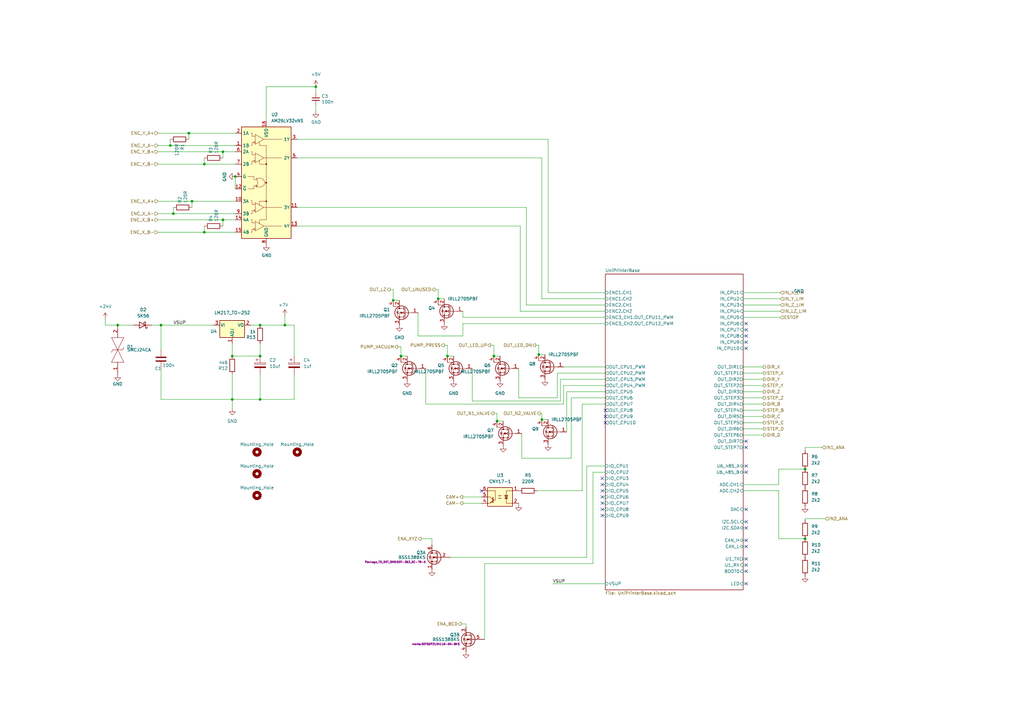
<source format=kicad_sch>
(kicad_sch (version 20211123) (generator eeschema)
  (paper "A3")
  (lib_symbols
    (symbol "+7v:+7V" (power) (pin_names (offset 0))
      (property "Value" "+7.5V" (at -0.635 5.08 0))
      (symbol "+7V_0_1"
        (polyline (pts (xy -0.762 1.27) (xy 0 2.54)))
        (polyline (pts (xy 0 0) (xy 0 2.54)))
        (polyline (pts (xy 0 2.54) (xy 0.762 1.27)))
      )
      (symbol "+7V_1_1"
        (pin power_in line (at 0 0 90) (length 0) hide (name "+7V") (number "1"))
      )
    )
    (symbol "Device:C_Polarized" (pin_numbers hide) (pin_names (offset 0.254))
      (property "Reference" "C" (at 0.635 2.54 0))
      (property "Value" "C_Polarized" (at 0.635 -2.54 0))
      (symbol "C_Polarized_0_1"
        (rectangle (start -2.286 0.508) (end 2.286 1.016))
        (polyline (pts (xy -1.778 2.286) (xy -0.762 2.286)))
        (polyline (pts (xy -1.27 2.794) (xy -1.27 1.778)))
        (rectangle (start 2.286 -0.508) (end -2.286 -1.016) (fill (type outline)))
      )
      (symbol "C_Polarized_1_1"
        (pin passive line (at 0 3.81 270) (length 2.794) (name "~") (number "1"))
        (pin passive line (at 0 -3.81 90) (length 2.794) (name "~") (number "2"))
      )
    )
    (symbol "Device:D_Schottky" (pin_numbers hide) (pin_names (offset 1.016) hide)
      (property "Reference" "D" (at 0 2.54 0))
      (property "Value" "D_Schottky" (at 0 -2.54 0))
      (symbol "D_Schottky_0_1"
        (polyline (pts (xy 1.27 0) (xy -1.27 0)))
        (polyline (pts (xy 1.27 1.27) (xy 1.27 -1.27) (xy -1.27 0) (xy 1.27 1.27)) (stroke (width 0.254)))
        (polyline (pts (xy -1.905 0.635) (xy -1.905 1.27) (xy -1.27 1.27) (xy -1.27 -1.27) (xy -0.635 -1.27) (xy -0.635 -0.635)) (stroke (width 0.254)))
      )
      (symbol "D_Schottky_1_1"
        (pin passive line (at -3.81 0 0) (length 2.54) (name "K") (number "1"))
        (pin passive line (at 3.81 0 180) (length 2.54) (name "A") (number "2"))
      )
    )
    (symbol "Device:Q_NMOS_GDSD" (pin_names (offset 0) hide)
      (property "Reference" "Q" (at 5.08 1.27 0))
      (property "Value" "Q_NMOS_GDSD" (at 5.08 -1.27 0))
      (symbol "Q_NMOS_GDSD_0_1"
        (polyline (pts (xy 0.254 0) (xy -2.54 0)))
        (polyline (pts (xy 0.254 1.905) (xy 0.254 -1.905)) (stroke (width 0.254)))
        (polyline (pts (xy 0.762 -1.27) (xy 0.762 -2.286)) (stroke (width 0.254)))
        (polyline (pts (xy 0.762 0.508) (xy 0.762 -0.508)) (stroke (width 0.254)))
        (polyline (pts (xy 0.762 2.286) (xy 0.762 1.27)) (stroke (width 0.254)))
        (polyline (pts (xy 2.54 -2.54) (xy 2.54 0) (xy 0.762 0)))
        (polyline (pts (xy 5.08 2.54) (xy 2.54 2.54) (xy 2.54 1.778)))
        (polyline (pts (xy 0.762 -1.778) (xy 3.302 -1.778) (xy 3.302 1.778) (xy 0.762 1.778)))
        (polyline (pts (xy 1.016 0) (xy 2.032 0.381) (xy 2.032 -0.381) (xy 1.016 0)) (fill (type outline)))
        (polyline (pts (xy 2.794 0.508) (xy 2.921 0.381) (xy 3.683 0.381) (xy 3.81 0.254)))
        (polyline (pts (xy 3.302 0.381) (xy 2.921 -0.254) (xy 3.683 -0.254) (xy 3.302 0.381)))
        (circle (center 1.651 0) (radius 2.794) (stroke (width 0.254)))
        (circle (center 2.54 -1.778) (radius 0.254) (fill (type outline)))
        (circle (center 2.54 1.778) (radius 0.254) (fill (type outline)))
      )
      (symbol "Q_NMOS_GDSD_1_1"
        (pin input line (at -5.08 0 0) (length 2.54) (name "G") (number "1"))
        (pin passive line (at 2.54 5.08 270) (length 2.54) (name "D") (number "2"))
        (pin passive line (at 2.54 -5.08 90) (length 2.54) (name "S") (number "3"))
        (pin passive line (at 5.08 5.08 270) (length 2.54) (name "D") (number "4"))
      )
    )
    (symbol "Device:R" (pin_numbers hide) (pin_names (offset 0))
      (property "Reference" "R" (at 2.032 0 90))
      (property "Value" "R" (at 0 0 90))
      (symbol "R_0_1"
        (rectangle (start -1.016 -2.54) (end 1.016 2.54) (stroke (width 0.254)))
      )
      (symbol "R_1_1"
        (pin passive line (at 0 3.81 270) (length 1.27) (name "~") (number "1"))
        (pin passive line (at 0 -3.81 90) (length 1.27) (name "~") (number "2"))
      )
    )
    (symbol "Interface:AM26LV32xNS"
      (property "Reference" "U" (at -8.89 24.13 0))
      (property "Value" "AM26LV32xNS" (at 10.16 24.13 0))
      (symbol "AM26LV32xNS_0_1"
        (rectangle (start -10.16 22.86) (end 10.16 -22.86) (stroke (width 0.254)) (fill (type background)))
        (circle (center -4.826 16.51) (radius 0.254))
        (arc (start -4.064 -1.778) (mid -3.5541 0) (end -4.064 1.778) (stroke (width 0.127)))
        (circle (center -4.064 -1.27) (radius 0.254))
        (arc (start -2.286 -1.778) (mid -1.1381 -1.1479) (end -0.508 0) (stroke (width 0.127)))
        (arc (start -0.508 0) (mid -1.1381 1.1479) (end -2.286 1.778) (stroke (width 0.127)))
        (circle (center 0 -7.62) (radius 0.254) (fill (type outline)))
        (polyline (pts (xy -5.842 16.51) (xy -5.08 16.51)) (stroke (width 0.127)))
        (polyline (pts (xy -5.842 19.05) (xy -4.572 19.05)) (stroke (width 0.127)))
        (polyline (pts (xy -4.064 -1.778) (xy -2.286 -1.778)) (stroke (width 0.127)))
        (polyline (pts (xy -2.286 1.778) (xy -4.064 1.778)) (stroke (width 0.127)))
        (polyline (pts (xy -1.016 -17.78) (xy 6.35 -17.78)) (stroke (width 0.127)))
        (polyline (pts (xy -1.016 -10.16) (xy 6.35 -10.16)) (stroke (width 0.127)))
        (polyline (pts (xy -1.016 10.16) (xy 6.35 10.16)) (stroke (width 0.127)))
        (polyline (pts (xy -1.016 17.78) (xy 6.35 17.78)) (stroke (width 0.127)))
        (polyline (pts (xy -0.508 0) (xy 0 0)))
        (polyline (pts (xy 0 0) (xy 0 -15.24)) (stroke (width 0.127)))
        (polyline (pts (xy 0 7.62) (xy 0 0)) (stroke (width 0.127)))
        (polyline (pts (xy -5.842 -19.05) (xy -5.842 -20.32) (xy -6.35 -20.32)) (stroke (width 0.127)))
        (polyline (pts (xy -5.842 -16.51) (xy -5.842 -15.24) (xy -6.35 -15.24)) (stroke (width 0.127)))
        (polyline (pts (xy -5.842 -11.43) (xy -5.842 -12.7) (xy -6.35 -12.7)) (stroke (width 0.127)))
        (polyline (pts (xy -5.842 -8.89) (xy -5.842 -7.366) (xy -6.35 -7.366)) (stroke (width 0.127)))
        (polyline (pts (xy -5.842 8.89) (xy -5.842 7.62) (xy -6.35 7.62)) (stroke (width 0.127)))
        (polyline (pts (xy -5.842 11.43) (xy -5.842 12.7) (xy -6.35 12.7)) (stroke (width 0.127)))
        (polyline (pts (xy -5.842 19.05) (xy -5.842 20.32) (xy -6.35 20.32)) (stroke (width 0.127)))
        (polyline (pts (xy 0 -15.24) (xy -2.794 -15.24) (xy -2.794 -16.764)) (stroke (width 0.127)))
        (polyline (pts (xy 0 -7.62) (xy -2.794 -7.62) (xy -2.794 -9.144)) (stroke (width 0.127)))
        (polyline (pts (xy 0 7.62) (xy -2.794 7.62) (xy -2.794 9.144)) (stroke (width 0.127)))
        (polyline (pts (xy -7.62 2.54) (xy -5.08 2.54) (xy -5.08 1.27) (xy -3.81 1.27)) (stroke (width 0.127)))
        (polyline (pts (xy -5.842 16.51) (xy -5.842 15.24) (xy -6.096 15.24) (xy -6.35 15.24)) (stroke (width 0.127)))
        (polyline (pts (xy -4.572 19.812) (xy -4.572 15.748) (xy -1.016 17.78) (xy -4.572 19.812)) (stroke (width 0.127)))
        (polyline (pts (xy -4.318 -1.27) (xy -5.08 -1.27) (xy -5.08 -2.54) (xy -7.62 -2.54)) (stroke (width 0.127)))
        (polyline (pts (xy 0 7.62) (xy 0 15.24) (xy -2.794 15.24) (xy -2.794 16.764)) (stroke (width 0.127)))
        (circle (center 0 0) (radius 0.254) (fill (type outline)))
        (circle (center 0 7.62) (radius 0.254) (fill (type outline)))
      )
      (symbol "AM26LV32xNS_1_1"
        (circle (center -4.826 -19.05) (radius 0.254))
        (circle (center -4.826 -11.43) (radius 0.254))
        (circle (center -4.826 8.89) (radius 0.254))
        (polyline (pts (xy -5.842 -19.05) (xy -5.08 -19.05)) (stroke (width 0.127)))
        (polyline (pts (xy -5.842 -16.51) (xy -4.572 -16.51)) (stroke (width 0.127)))
        (polyline (pts (xy -5.842 -11.43) (xy -5.08 -11.43)) (stroke (width 0.127)))
        (polyline (pts (xy -5.842 -8.89) (xy -4.572 -8.89)) (stroke (width 0.127)))
        (polyline (pts (xy -5.842 8.89) (xy -5.08 8.89)) (stroke (width 0.127)))
        (polyline (pts (xy -5.842 11.43) (xy -4.572 11.43)) (stroke (width 0.127)))
        (polyline (pts (xy -4.572 -15.748) (xy -4.572 -19.812) (xy -1.016 -17.78) (xy -4.572 -15.748)) (stroke (width 0.127)))
        (polyline (pts (xy -4.572 -8.128) (xy -4.572 -12.192) (xy -1.016 -10.16) (xy -4.572 -8.128)) (stroke (width 0.127)))
        (polyline (pts (xy -4.572 12.192) (xy -4.572 8.128) (xy -1.016 10.16) (xy -4.572 12.192)) (stroke (width 0.127)))
        (pin input line (at -12.7 15.24 0) (length 2.54) (name "1B") (number "1"))
        (pin input line (at -12.7 -7.62 0) (length 2.54) (name "3A") (number "10"))
        (pin tri_state line (at 12.7 -10.16 180) (length 2.54) (name "3Y") (number "11"))
        (pin input line (at -12.7 -2.54 0) (length 2.54) (name "~{G}") (number "12"))
        (pin tri_state line (at 12.7 -17.78 180) (length 2.54) (name "4Y") (number "13"))
        (pin input line (at -12.7 -15.24 0) (length 2.54) (name "4A") (number "14"))
        (pin input line (at -12.7 -20.32 0) (length 2.54) (name "4B") (number "15"))
        (pin power_in line (at 0 25.4 270) (length 2.54) (name "VDD") (number "16"))
        (pin input line (at -12.7 20.32 0) (length 2.54) (name "1A") (number "2"))
        (pin tri_state line (at 12.7 17.78 180) (length 2.54) (name "1Y") (number "3"))
        (pin input line (at -12.7 2.54 0) (length 2.54) (name "G") (number "4"))
        (pin tri_state line (at 12.7 10.16 180) (length 2.54) (name "2Y") (number "5"))
        (pin input line (at -12.7 12.7 0) (length 2.54) (name "2A") (number "6"))
        (pin input line (at -12.7 7.62 0) (length 2.54) (name "2B") (number "7"))
        (pin power_in line (at 0 -25.4 90) (length 2.54) (name "GND") (number "8"))
        (pin input line (at -12.7 -12.7 0) (length 2.54) (name "3B") (number "9"))
      )
    )
    (symbol "Isolator:CNY17-1" (pin_names (offset 1.016))
      (property "Reference" "U" (at -5.08 5.08 0))
      (property "Value" "CNY17-1" (at 0 5.08 0))
      (symbol "CNY17-1_0_1"
        (rectangle (start -5.08 3.81) (end 5.08 -3.81) (stroke (width 0.254)) (fill (type background)))
        (polyline (pts (xy -3.175 -0.635) (xy -1.905 -0.635)) (stroke (width 0.254)))
        (polyline (pts (xy 2.921 -1.397) (xy 4.064 -2.54)))
        (polyline (pts (xy 2.921 -1.27) (xy 1.905 -1.27)))
        (polyline (pts (xy 2.921 -1.143) (xy 4.064 0)))
        (polyline (pts (xy 4.064 -2.54) (xy 5.08 -2.54)))
        (polyline (pts (xy 5.08 0) (xy 4.064 0)))
        (polyline (pts (xy -5.08 2.54) (xy -2.54 2.54) (xy -2.54 -0.762)))
        (polyline (pts (xy -2.54 -0.635) (xy -2.54 -2.54) (xy -5.08 -2.54)))
        (polyline (pts (xy 1.905 -1.27) (xy 1.905 2.54) (xy 5.08 2.54)))
        (polyline (pts (xy 2.921 -0.254) (xy 2.921 -2.286) (xy 2.921 -2.286)) (stroke (width 0.3556)))
        (polyline (pts (xy -2.54 -0.635) (xy -3.175 0.635) (xy -1.905 0.635) (xy -2.54 -0.635)) (stroke (width 0.254)))
        (polyline (pts (xy 3.937 -2.413) (xy 3.683 -1.905) (xy 3.429 -2.159) (xy 3.937 -2.413)))
        (polyline (pts (xy -0.635 -0.508) (xy 0.635 -0.508) (xy 0.254 -0.635) (xy 0.254 -0.381) (xy 0.635 -0.508)))
        (polyline (pts (xy -0.635 0.508) (xy 0.635 0.508) (xy 0.254 0.381) (xy 0.254 0.635) (xy 0.635 0.508)))
      )
      (symbol "CNY17-1_1_1"
        (pin passive line (at -7.62 2.54 0) (length 2.54) (name "~") (number "1"))
        (pin passive line (at -7.62 -2.54 0) (length 2.54) (name "~") (number "2"))
        (pin no_connect line (at -5.08 0 0) (length 2.54) hide (name "NC") (number "3"))
        (pin passive line (at 7.62 -2.54 180) (length 2.54) (name "~") (number "4"))
        (pin passive line (at 7.62 0 180) (length 2.54) (name "~") (number "5"))
        (pin passive line (at 7.62 2.54 180) (length 2.54) (name "~") (number "6"))
      )
    )
    (symbol "Regulator_Linear:LM317_TO-252" (pin_names (offset 0.254))
      (property "Reference" "U" (at -3.81 3.175 0))
      (property "Value" "LM317_TO-252" (at 0 3.175 0))
      (symbol "LM317_TO-252_0_1"
        (rectangle (start -5.08 1.905) (end 5.08 -5.08) (stroke (width 0.254)) (fill (type background)))
      )
      (symbol "LM317_TO-252_1_1"
        (pin input line (at 0 -7.62 90) (length 2.54) (name "ADJ") (number "1"))
        (pin power_out line (at 7.62 0 180) (length 2.54) (name "VO") (number "2"))
        (pin power_in line (at -7.62 0 0) (length 2.54) (name "VI") (number "3"))
      )
    )
    (symbol "SMCJ16CA:SMCJ16CA" (pin_names (offset 0.762))
      (property "Reference" "D" (at 15.24 8.89 0))
      (property "Value" "SMCJ16CA" (at 15.24 6.35 0))
      (symbol "SMCJ16CA_0_0"
        (pin passive line (at 0 0 0) (length 5.08) (name "~") (number "1"))
        (pin passive line (at 20.32 0 180) (length 5.08) (name "~") (number "2"))
      )
      (symbol "SMCJ16CA_0_1"
        (polyline (pts (xy 9.144 2.54) (xy 10.16 2.032)) (stroke (width 0.1524)))
        (polyline (pts (xy 10.16 -2.032) (xy 10.16 2.032)) (stroke (width 0.1524)))
        (polyline (pts (xy 10.16 -2.032) (xy 11.176 -2.54)) (stroke (width 0.1524)))
        (polyline (pts (xy 10.16 0) (xy 5.08 2.54) (xy 5.08 -2.54) (xy 10.16 0)) (stroke (width 0.1524)))
        (polyline (pts (xy 10.16 0) (xy 15.24 2.54) (xy 15.24 -2.54) (xy 10.16 0)) (stroke (width 0.1524)))
      )
    )
    (symbol "Uni_Printer-rescue:C_Small-Device" (pin_numbers hide) (pin_names (offset 0.254) hide)
      (property "Reference" "C" (at 0.254 1.778 0))
      (property "Value" "C_Small-Device" (at 0.254 -2.032 0))
      (symbol "C_Small-Device_0_1"
        (polyline (pts (xy -1.524 -0.508) (xy 1.524 -0.508)) (stroke (width 0.3302)))
        (polyline (pts (xy -1.524 0.508) (xy 1.524 0.508)) (stroke (width 0.3048)))
      )
      (symbol "C_Small-Device_1_1"
        (pin passive line (at 0 2.54 270) (length 2.032) (name "~") (number "1"))
        (pin passive line (at 0 -2.54 90) (length 2.032) (name "~") (number "2"))
      )
    )
    (symbol "Uni_Printer-rescue:GND-power" (power) (pin_names (offset 0))
      (property "Value" "GND-power" (at 0 -3.81 0))
      (symbol "GND-power_0_1"
        (polyline (pts (xy 0 0) (xy 0 -1.27) (xy 1.27 -1.27) (xy 0 -2.54) (xy -1.27 -1.27) (xy 0 -1.27)))
      )
      (symbol "GND-power_1_1"
        (pin power_in line (at 0 0 270) (length 0) hide (name "GND") (number "1"))
      )
    )
    (symbol "Uni_Printer-rescue:Mounting_Hole-Sensor_tank_v1-rescue-Uni_General_v1-rescue-Uni_Printer_v1-rescue" (pin_names (offset 1.016))
      (property "Reference" "MK" (at 0 5.08 0))
      (property "Value" "Mounting_Hole-Sensor_tank_v1-rescue-Uni_General_v1-rescue-Uni_Printer_v1-rescue" (at 0 3.175 0))
      (symbol "Mounting_Hole-Sensor_tank_v1-rescue-Uni_General_v1-rescue-Uni_Printer_v1-rescue_0_1"
        (circle (center 0 0) (radius 1.27) (stroke (width 1.27)))
      )
    )
    (symbol "Uni_Printer-rescue:R-Device" (pin_numbers hide) (pin_names (offset 0))
      (property "Reference" "R" (at 2.032 0 90))
      (property "Value" "R-Device" (at 0 0 90))
      (symbol "R-Device_0_1"
        (rectangle (start -1.016 -2.54) (end 1.016 2.54) (stroke (width 0.254)))
      )
      (symbol "R-Device_1_1"
        (pin passive line (at 0 3.81 270) (length 1.27) (name "~") (number "1"))
        (pin passive line (at 0 -3.81 90) (length 1.27) (name "~") (number "2"))
      )
    )
    (symbol "mfc_base_lib:+5V" (power) (pin_names (offset 0))
      (property "Value" "+5V" (at 0 3.556 0))
      (symbol "+5V_0_1"
        (polyline (pts (xy -0.762 1.27) (xy 0 2.54)))
        (polyline (pts (xy 0 0) (xy 0 2.54)))
        (polyline (pts (xy 0 2.54) (xy 0.762 1.27)))
      )
      (symbol "+5V_1_1"
        (pin power_in line (at 0 0 90) (length 0) hide (name "+5V") (number "1"))
      )
    )
    (symbol "mfc_base_lib:BSS138PS" (pin_names (offset 0) hide)
      (property "Reference" "Q" (at 5.08 1.905 0))
      (property "Value" "BSS138PS" (at 5.08 0 0))
      (symbol "BSS138PS_0_1"
        (polyline (pts (xy 0.762 -1.778) (xy 2.54 -1.778)))
        (polyline (pts (xy 0.762 -1.27) (xy 0.762 -2.286)) (stroke (width 0.254)))
        (polyline (pts (xy 0.762 0) (xy 2.54 0)))
        (polyline (pts (xy 0.762 0.508) (xy 0.762 -0.508)) (stroke (width 0.254)))
        (polyline (pts (xy 0.762 1.778) (xy 2.54 1.778)))
        (polyline (pts (xy 0.762 2.286) (xy 0.762 1.27)) (stroke (width 0.254)))
        (polyline (pts (xy 2.54 -1.778) (xy 2.54 -2.54)))
        (polyline (pts (xy 2.54 -1.778) (xy 2.54 0)))
        (polyline (pts (xy 2.54 2.54) (xy 2.54 1.778)))
        (polyline (pts (xy 0.254 1.905) (xy 0.254 -1.905) (xy 0.254 -1.905)) (stroke (width 0.254)))
        (polyline (pts (xy 1.016 0) (xy 2.032 0.381) (xy 2.032 -0.381) (xy 1.016 0)) (fill (type outline)))
        (polyline (pts (xy 2.54 -1.778) (xy 3.302 -1.778) (xy 3.302 1.778) (xy 2.54 1.778)))
        (polyline (pts (xy 2.794 0.508) (xy 2.921 0.381) (xy 3.683 0.381) (xy 3.81 0.254)))
        (polyline (pts (xy 3.302 0.381) (xy 2.921 -0.254) (xy 3.683 -0.254) (xy 3.302 0.381)))
        (circle (center 1.651 0) (radius 2.8194) (stroke (width 0.254)))
        (circle (center 2.54 -1.778) (radius 0.2794) (fill (type outline)))
        (circle (center 2.54 1.778) (radius 0.2794) (fill (type outline)))
      )
      (symbol "BSS138PS_1_1"
        (pin passive line (at 2.54 -5.08 90) (length 2.54) (name "S") (number "1"))
        (pin input line (at -5.08 0 0) (length 5.334) (name "G") (number "2"))
        (pin passive line (at 2.54 5.08 270) (length 2.54) (name "D") (number "6"))
      )
      (symbol "BSS138PS_1_2"
        (pin input line (at -5.08 0 0) (length 5.334) (name "G") (number "1"))
        (pin passive line (at 2.54 -5.08 90) (length 2.54) (name "S") (number "2"))
        (pin passive line (at 2.54 5.08 270) (length 2.54) (name "D") (number "3"))
      )
      (symbol "BSS138PS_2_1"
        (pin passive line (at 2.54 5.08 270) (length 2.54) (name "D") (number "3"))
        (pin passive line (at 2.54 -5.08 90) (length 2.54) (name "S") (number "4"))
        (pin input line (at -5.08 0 0) (length 5.334) (name "G") (number "5"))
      )
      (symbol "BSS138PS_2_2"
        (pin input line (at -5.08 0 0) (length 5.334) (name "G") (number "1"))
        (pin passive line (at 2.54 -5.08 90) (length 2.54) (name "S") (number "2"))
        (pin passive line (at 2.54 5.08 270) (length 2.54) (name "D") (number "3"))
      )
    )
    (symbol "mfc_base_lib:C" (pin_numbers hide) (pin_names (offset 0.254))
      (property "Reference" "C" (at 0.635 2.54 0))
      (property "Value" "C" (at 0.635 -2.54 0))
      (symbol "C_0_1"
        (polyline (pts (xy -2.032 -0.762) (xy 2.032 -0.762)) (stroke (width 0.508)))
        (polyline (pts (xy -2.032 0.762) (xy 2.032 0.762)) (stroke (width 0.508)))
      )
      (symbol "C_1_1"
        (pin passive line (at 0 3.81 270) (length 2.794) (name "~") (number "1"))
        (pin passive line (at 0 -3.81 90) (length 2.794) (name "~") (number "2"))
      )
    )
    (symbol "mfc_base_lib:GND" (power) (pin_names (offset 0))
      (property "Value" "GND" (at 0 -3.81 0))
      (symbol "GND_0_1"
        (polyline (pts (xy 0 0) (xy 0 -1.27) (xy 1.27 -1.27) (xy 0 -2.54) (xy -1.27 -1.27) (xy 0 -1.27)))
      )
      (symbol "GND_1_1"
        (pin power_in line (at 0 0 270) (length 0) hide (name "GND") (number "1"))
      )
    )
    (symbol "power:+24V" (power) (pin_names (offset 0))
      (property "Value" "+24V" (at 0 3.556 0))
      (symbol "+24V_0_1"
        (polyline (pts (xy -0.762 1.27) (xy 0 2.54)))
        (polyline (pts (xy 0 0) (xy 0 2.54)))
        (polyline (pts (xy 0 2.54) (xy 0.762 1.27)))
      )
      (symbol "+24V_1_1"
        (pin power_in line (at 0 0 90) (length 0) hide (name "+24V") (number "1"))
      )
    )
    (symbol "power:GND" (power) (pin_names (offset 0))
      (property "Value" "GND" (at 0 -3.81 0))
      (symbol "GND_0_1"
        (polyline (pts (xy 0 0) (xy 0 -1.27) (xy 1.27 -1.27) (xy 0 -2.54) (xy -1.27 -1.27) (xy 0 -1.27)))
      )
      (symbol "GND_1_1"
        (pin power_in line (at 0 0 270) (length 0) hide (name "GND") (number "1"))
      )
    )
  )
  (junction (at 91.44 90.17))
  (junction (at 161.29 123.19))
  (junction (at 203.835 172.72))
  (junction (at 66.04 133.35))
  (junction (at 78.74 82.55))
  (junction (at 69.85 59.69))
  (junction (at 202.565 146.05))
  (junction (at 183.515 146.05))
  (junction (at 220.98 145.415))
  (junction (at 95.25 163.83))
  (junction (at 77.47 54.61))
  (junction (at 164.465 146.05))
  (junction (at 330.2 220.98))
  (junction (at 222.25 172.085))
  (junction (at 129.54 35.56))
  (junction (at 83.82 95.25))
  (junction (at 71.12 87.63))
  (junction (at 91.44 62.23))
  (junction (at 106.68 146.05))
  (junction (at 330.2 192.405))
  (junction (at 106.68 133.35))
  (junction (at 95.25 146.05))
  (junction (at 179.705 122.555))
  (junction (at 96.52 72.39))
  (junction (at 106.68 163.83))
  (junction (at 48.26 133.35))
  (junction (at 83.82 67.31))
  (junction (at 116.84 133.35))
  (no_connect (at 248.285 168.275))
  (no_connect (at 306.07 180.975))
  (no_connect (at 306.07 137.795))
  (no_connect (at 306.07 140.335))
  (no_connect (at 306.07 142.875))
  (no_connect (at 306.07 135.255))
  (no_connect (at 306.07 132.715))
  (no_connect (at 306.07 229.235))
  (no_connect (at 306.07 224.155))
  (no_connect (at 306.07 221.615))
  (no_connect (at 306.07 191.135))
  (no_connect (at 306.07 183.515))
  (no_connect (at 306.07 193.675))
  (no_connect (at 306.07 239.395))
  (no_connect (at 306.07 231.775))
  (no_connect (at 306.07 234.315))
  (no_connect (at 306.07 216.535))
  (no_connect (at 306.07 208.915))
  (no_connect (at 306.07 213.995))
  (no_connect (at 248.285 170.815))
  (no_connect (at 247.015 203.835))
  (no_connect (at 247.015 196.215))
  (no_connect (at 247.015 201.295))
  (no_connect (at 247.015 198.755))
  (no_connect (at 247.015 206.375))
  (no_connect (at 248.285 173.355))
  (no_connect (at 247.015 208.915))
  (no_connect (at 247.015 211.455))
  (no_connect (at 197.485 201.295))
  (wire (pts (xy 238.76 165.735) (xy 248.285 165.735)))
  (wire (pts (xy 83.82 95.25) (xy 96.52 95.25)))
  (wire (pts (xy 64.77 95.25) (xy 83.82 95.25)))
  (wire (pts (xy 213.36 127.635) (xy 248.285 127.635)))
  (wire (pts (xy 171.45 137.795) (xy 171.45 128.27)))
  (wire (pts (xy 129.54 35.56) (xy 109.22 35.56)))
  (wire (pts (xy 178.435 118.745) (xy 179.705 118.745)))
  (wire (pts (xy 232.41 177.165) (xy 232.41 160.655)))
  (wire (pts (xy 161.29 118.745) (xy 161.29 123.19)))
  (wire (pts (xy 91.44 90.17) (xy 64.77 90.17)))
  (wire (pts (xy 304.8 168.275) (xy 313.055 168.275)))
  (wire (pts (xy 215.9 85.09) (xy 215.9 125.095)))
  (wire (pts (xy 203.835 172.72) (xy 206.375 172.72)))
  (wire (pts (xy 232.41 160.655) (xy 248.285 160.655)))
  (wire (pts (xy 248.285 132.715) (xy 189.865 132.715)))
  (wire (pts (xy 83.82 67.31) (xy 96.52 67.31)))
  (wire (pts (xy 304.8 165.735) (xy 313.055 165.735)))
  (wire (pts (xy 306.07 229.235) (xy 304.8 229.235)))
  (wire (pts (xy 220.98 141.605) (xy 220.98 145.415)))
  (wire (pts (xy 129.54 43.18) (xy 129.54 45.72)))
  (wire (pts (xy 306.07 142.875) (xy 304.8 142.875)))
  (wire (pts (xy 306.07 234.315) (xy 304.8 234.315)))
  (wire (pts (xy 224.79 120.015) (xy 248.285 120.015)))
  (wire (pts (xy 71.12 87.63) (xy 96.52 87.63)))
  (wire (pts (xy 120.65 133.35) (xy 120.65 146.05)))
  (wire (pts (xy 64.77 67.31) (xy 83.82 67.31)))
  (wire (pts (xy 106.68 153.67) (xy 106.68 163.83)))
  (wire (pts (xy 193.675 164.465) (xy 193.675 151.13)))
  (wire (pts (xy 306.07 132.715) (xy 304.8 132.715)))
  (wire (pts (xy 248.285 239.395) (xy 226.695 239.395)))
  (wire (pts (xy 304.8 170.815) (xy 313.055 170.815)))
  (wire (pts (xy 219.71 141.605) (xy 220.98 141.605)))
  (wire (pts (xy 338.455 212.725) (xy 330.2 212.725)))
  (wire (pts (xy 109.22 35.56) (xy 109.22 49.53)))
  (wire (pts (xy 319.405 192.405) (xy 330.2 192.405)))
  (wire (pts (xy 91.44 90.17) (xy 91.44 92.71)))
  (wire (pts (xy 213.36 92.71) (xy 213.36 127.635)))
  (wire (pts (xy 95.25 140.97) (xy 95.25 146.05)))
  (wire (pts (xy 201.295 141.605) (xy 202.565 141.605)))
  (wire (pts (xy 95.25 153.67) (xy 95.25 163.83)))
  (wire (pts (xy 64.77 87.63) (xy 71.12 87.63)))
  (wire (pts (xy 304.8 158.115) (xy 313.055 158.115)))
  (wire (pts (xy 304.8 178.435) (xy 313.055 178.435)))
  (wire (pts (xy 179.705 122.555) (xy 182.245 122.555)))
  (wire (pts (xy 319.405 198.755) (xy 319.405 192.405)))
  (wire (pts (xy 66.04 133.35) (xy 87.63 133.35)))
  (wire (pts (xy 189.865 130.175) (xy 189.865 127.635)))
  (wire (pts (xy 62.23 133.35) (xy 66.04 133.35)))
  (wire (pts (xy 202.565 169.545) (xy 203.835 169.545)))
  (wire (pts (xy 248.285 153.035) (xy 228.6 153.035)))
  (wire (pts (xy 243.205 231.14) (xy 198.755 231.14)))
  (wire (pts (xy 222.25 172.085) (xy 224.79 172.085)))
  (wire (pts (xy 229.87 155.575) (xy 229.87 164.465)))
  (wire (pts (xy 161.29 123.19) (xy 163.83 123.19)))
  (wire (pts (xy 71.12 85.09) (xy 71.12 87.63)))
  (wire (pts (xy 304.8 173.355) (xy 313.055 173.355)))
  (wire (pts (xy 304.8 153.035) (xy 313.055 153.035)))
  (wire (pts (xy 78.74 82.55) (xy 78.74 85.09)))
  (wire (pts (xy 213.995 187.96) (xy 234.315 187.96)))
  (wire (pts (xy 304.8 198.755) (xy 319.405 198.755)))
  (wire (pts (xy 83.82 64.77) (xy 83.82 67.31)))
  (wire (pts (xy 121.92 85.09) (xy 215.9 85.09)))
  (wire (pts (xy 221.615 169.545) (xy 222.25 169.545)))
  (wire (pts (xy 319.405 201.295) (xy 319.405 220.98)))
  (wire (pts (xy 304.8 122.555) (xy 320.04 122.555)))
  (wire (pts (xy 330.2 183.515) (xy 330.2 184.785)))
  (wire (pts (xy 238.76 201.295) (xy 238.76 165.735)))
  (wire (pts (xy 248.285 158.115) (xy 231.14 158.115)))
  (wire (pts (xy 212.725 206.375) (xy 212.725 207.01)))
  (wire (pts (xy 304.8 127.635) (xy 320.04 127.635)))
  (wire (pts (xy 306.07 221.615) (xy 304.8 221.615)))
  (wire (pts (xy 306.07 224.155) (xy 304.8 224.155)))
  (wire (pts (xy 116.84 129.54) (xy 116.84 133.35)))
  (wire (pts (xy 240.665 191.135) (xy 240.665 228.6)))
  (wire (pts (xy 189.865 137.795) (xy 171.45 137.795)))
  (wire (pts (xy 78.74 82.55) (xy 96.52 82.55)))
  (wire (pts (xy 247.015 201.295) (xy 248.285 201.295)))
  (wire (pts (xy 197.485 206.375) (xy 189.865 206.375)))
  (wire (pts (xy 231.14 150.495) (xy 248.285 150.495)))
  (wire (pts (xy 319.405 220.98) (xy 330.2 220.98)))
  (wire (pts (xy 306.07 191.135) (xy 304.8 191.135)))
  (wire (pts (xy 164.465 146.05) (xy 167.005 146.05)))
  (wire (pts (xy 106.68 140.97) (xy 106.68 146.05)))
  (wire (pts (xy 182.245 141.605) (xy 183.515 141.605)))
  (wire (pts (xy 231.14 165.735) (xy 174.625 165.735)))
  (wire (pts (xy 189.865 132.715) (xy 189.865 137.795)))
  (wire (pts (xy 248.285 122.555) (xy 222.25 122.555)))
  (wire (pts (xy 69.85 57.15) (xy 69.85 59.69)))
  (wire (pts (xy 202.565 141.605) (xy 202.565 146.05)))
  (wire (pts (xy 304.8 155.575) (xy 313.055 155.575)))
  (wire (pts (xy 69.85 59.69) (xy 64.77 59.69)))
  (wire (pts (xy 129.54 38.1) (xy 129.54 35.56)))
  (wire (pts (xy 304.8 125.095) (xy 320.04 125.095)))
  (wire (pts (xy 304.8 130.175) (xy 320.04 130.175)))
  (wire (pts (xy 304.8 150.495) (xy 313.055 150.495)))
  (wire (pts (xy 77.47 54.61) (xy 77.47 57.15)))
  (wire (pts (xy 66.04 151.13) (xy 66.04 163.83)))
  (wire (pts (xy 106.68 163.83) (xy 95.25 163.83)))
  (wire (pts (xy 213.995 177.8) (xy 213.995 187.96)))
  (wire (pts (xy 183.515 146.05) (xy 186.055 146.05)))
  (wire (pts (xy 228.6 163.195) (xy 212.725 163.195)))
  (wire (pts (xy 306.07 231.775) (xy 304.8 231.775)))
  (wire (pts (xy 222.25 169.545) (xy 222.25 172.085)))
  (wire (pts (xy 64.77 62.23) (xy 91.44 62.23)))
  (wire (pts (xy 240.665 191.135) (xy 248.285 191.135)))
  (wire (pts (xy 83.82 92.71) (xy 83.82 95.25)))
  (wire (pts (xy 330.2 212.725) (xy 330.2 213.36)))
  (wire (pts (xy 91.44 62.23) (xy 96.52 62.23)))
  (wire (pts (xy 247.015 206.375) (xy 248.285 206.375)))
  (wire (pts (xy 174.625 165.735) (xy 174.625 151.13)))
  (wire (pts (xy 64.77 82.55) (xy 78.74 82.55)))
  (wire (pts (xy 240.665 228.6) (xy 184.785 228.6)))
  (wire (pts (xy 304.8 163.195) (xy 313.055 163.195)))
  (wire (pts (xy 215.9 125.095) (xy 248.285 125.095)))
  (wire (pts (xy 247.015 208.915) (xy 248.285 208.915)))
  (wire (pts (xy 96.52 90.17) (xy 91.44 90.17)))
  (wire (pts (xy 224.79 57.15) (xy 224.79 120.015)))
  (wire (pts (xy 48.26 133.35) (xy 54.61 133.35)))
  (wire (pts (xy 304.8 201.295) (xy 319.405 201.295)))
  (wire (pts (xy 120.65 153.67) (xy 120.65 163.83)))
  (wire (pts (xy 306.07 216.535) (xy 304.8 216.535)))
  (wire (pts (xy 198.755 231.14) (xy 198.755 262.255)))
  (wire (pts (xy 48.26 133.35) (xy 43.18 133.35)))
  (wire (pts (xy 96.52 72.39) (xy 96.52 77.47)))
  (wire (pts (xy 247.015 198.755) (xy 248.285 198.755)))
  (wire (pts (xy 191.135 255.905) (xy 191.135 257.175)))
  (wire (pts (xy 163.195 142.24) (xy 164.465 142.24)))
  (wire (pts (xy 220.98 145.415) (xy 223.52 145.415)))
  (wire (pts (xy 306.07 239.395) (xy 304.8 239.395)))
  (wire (pts (xy 43.18 133.35) (xy 43.18 130.81)))
  (wire (pts (xy 304.8 175.895) (xy 313.055 175.895)))
  (wire (pts (xy 222.25 122.555) (xy 222.25 64.77)))
  (wire (pts (xy 247.015 203.835) (xy 248.285 203.835)))
  (wire (pts (xy 228.6 153.035) (xy 228.6 163.195)))
  (wire (pts (xy 306.07 183.515) (xy 304.8 183.515)))
  (wire (pts (xy 337.185 183.515) (xy 330.2 183.515)))
  (wire (pts (xy 66.04 143.51) (xy 66.04 133.35)))
  (wire (pts (xy 96.52 59.69) (xy 69.85 59.69)))
  (wire (pts (xy 234.315 187.96) (xy 234.315 163.195)))
  (wire (pts (xy 102.87 133.35) (xy 106.68 133.35)))
  (wire (pts (xy 197.485 203.835) (xy 189.865 203.835)))
  (wire (pts (xy 179.705 122.555) (xy 179.705 118.745)))
  (wire (pts (xy 91.44 62.23) (xy 91.44 64.77)))
  (wire (pts (xy 306.07 180.975) (xy 304.8 180.975)))
  (wire (pts (xy 203.835 169.545) (xy 203.835 172.72)))
  (wire (pts (xy 77.47 54.61) (xy 64.77 54.61)))
  (wire (pts (xy 212.725 163.195) (xy 212.725 151.13)))
  (wire (pts (xy 243.205 193.675) (xy 248.285 193.675)))
  (wire (pts (xy 121.92 92.71) (xy 213.36 92.71)))
  (wire (pts (xy 106.68 133.35) (xy 116.84 133.35)))
  (wire (pts (xy 177.165 223.52) (xy 177.165 220.98)))
  (wire (pts (xy 120.65 163.83) (xy 106.68 163.83)))
  (wire (pts (xy 96.52 54.61) (xy 77.47 54.61)))
  (wire (pts (xy 306.07 135.255) (xy 304.8 135.255)))
  (wire (pts (xy 243.205 193.675) (xy 243.205 231.14)))
  (wire (pts (xy 306.07 208.915) (xy 304.8 208.915)))
  (wire (pts (xy 164.465 142.24) (xy 164.465 146.05)))
  (wire (pts (xy 189.23 255.905) (xy 191.135 255.905)))
  (wire (pts (xy 231.14 158.115) (xy 231.14 165.735)))
  (wire (pts (xy 95.25 163.83) (xy 95.25 167.64)))
  (wire (pts (xy 160.02 118.745) (xy 161.29 118.745)))
  (wire (pts (xy 193.675 164.465) (xy 229.87 164.465)))
  (wire (pts (xy 248.285 130.175) (xy 189.865 130.175)))
  (wire (pts (xy 222.25 64.77) (xy 121.92 64.77)))
  (wire (pts (xy 172.72 220.98) (xy 177.165 220.98)))
  (wire (pts (xy 306.07 137.795) (xy 304.8 137.795)))
  (wire (pts (xy 306.07 213.995) (xy 304.8 213.995)))
  (wire (pts (xy 248.285 155.575) (xy 229.87 155.575)))
  (wire (pts (xy 234.315 163.195) (xy 248.285 163.195)))
  (wire (pts (xy 247.015 211.455) (xy 248.285 211.455)))
  (wire (pts (xy 120.65 133.35) (xy 116.84 133.35)))
  (wire (pts (xy 220.345 201.295) (xy 238.76 201.295)))
  (wire (pts (xy 183.515 141.605) (xy 183.515 146.05)))
  (wire (pts (xy 106.68 146.05) (xy 95.25 146.05)))
  (wire (pts (xy 304.8 120.015) (xy 320.04 120.015)))
  (wire (pts (xy 121.92 57.15) (xy 224.79 57.15)))
  (wire (pts (xy 66.04 163.83) (xy 95.25 163.83)))
  (wire (pts (xy 202.565 146.05) (xy 205.105 146.05)))
  (wire (pts (xy 306.07 193.675) (xy 304.8 193.675)))
  (wire (pts (xy 306.07 140.335) (xy 304.8 140.335)))
  (wire (pts (xy 304.8 160.655) (xy 313.055 160.655)))
  (label "VSUP" (at 71.12 133.35 0))
  (label "VSUP" (at 226.695 239.395 0))
  (hierarchical_label "ENC_X_A-" (shape input) (at 64.77 87.63 180))
  (hierarchical_label "STEP_C" (shape output) (at 313.055 173.355 0))
  (hierarchical_label "ENA_BCD" (shape output) (at 189.23 255.905 180))
  (hierarchical_label "ENC_X_B+" (shape input) (at 64.77 90.17 180))
  (hierarchical_label "PUMP_VACUUM" (shape output) (at 163.195 142.24 180))
  (hierarchical_label "DIR_X" (shape output) (at 313.055 150.495 0))
  (hierarchical_label "IN_X_LIM" (shape input) (at 320.04 120.015 0))
  (hierarchical_label "CAM+" (shape output) (at 189.865 203.835 180))
  (hierarchical_label "PUMP_PRESS" (shape output) (at 182.245 141.605 180))
  (hierarchical_label "ENC_Y_B+" (shape input) (at 64.77 62.23 180))
  (hierarchical_label "ENC_Y_B-" (shape input) (at 64.77 67.31 180))
  (hierarchical_label "OUT_N1_VALVE" (shape output) (at 202.565 169.545 180))
  (hierarchical_label "OUT_UNUSED" (shape output) (at 178.435 118.745 180))
  (hierarchical_label "IN_Z_LIM" (shape input) (at 320.04 125.095 0))
  (hierarchical_label "DIR_B" (shape output) (at 313.055 165.735 0))
  (hierarchical_label "ENA_XYZ" (shape output) (at 172.72 220.98 180))
  (hierarchical_label "ENC_Y_A+" (shape input) (at 64.77 54.61 180))
  (hierarchical_label "STEP_Y" (shape output) (at 313.055 158.115 0))
  (hierarchical_label "IN_LZ_LIM" (shape input) (at 320.04 127.635 0))
  (hierarchical_label "STEP_X" (shape output) (at 313.055 153.035 0))
  (hierarchical_label "ENC_X_A+" (shape input) (at 64.77 82.55 180))
  (hierarchical_label "CAM-" (shape output) (at 189.865 206.375 180))
  (hierarchical_label "OUT_N2_VALVE" (shape output) (at 221.615 169.545 180))
  (hierarchical_label "IN_Y_LIM" (shape input) (at 320.04 122.555 0))
  (hierarchical_label "OUT_LED_UP" (shape output) (at 201.295 141.605 180))
  (hierarchical_label "STEP_D" (shape output) (at 313.055 175.895 0))
  (hierarchical_label "DIR_Z" (shape output) (at 313.055 160.655 0))
  (hierarchical_label "DIR_D" (shape output) (at 313.055 178.435 0))
  (hierarchical_label "OUT_LED_DN" (shape output) (at 219.71 141.605 180))
  (hierarchical_label "IN2_ANA" (shape input) (at 338.455 212.725 0))
  (hierarchical_label "OUT_LZ" (shape output) (at 160.02 118.745 180))
  (hierarchical_label "STEP_Z" (shape output) (at 313.055 163.195 0))
  (hierarchical_label "ENC_X_B-" (shape input) (at 64.77 95.25 180))
  (hierarchical_label "ESTOP" (shape input) (at 320.04 130.175 0))
  (hierarchical_label "STEP_B" (shape output) (at 313.055 168.275 0))
  (hierarchical_label "DIR_C" (shape output) (at 313.055 170.815 0))
  (hierarchical_label "DIR_Y" (shape output) (at 313.055 155.575 0))
  (hierarchical_label "ENC_Y_A-" (shape input) (at 64.77 59.69 180))
  (hierarchical_label "IN1_ANA" (shape input) (at 337.185 183.515 0))
  (symbol (lib_id "Uni_Printer-rescue:Mounting_Hole-Sensor_tank_v1-rescue-Uni_General_v1-rescue-Uni_Printer_v1-rescue") (at 105.41 194.31 0) (unit 1)
    (property "Reference" "MK2" (at 105.41 189.23 0))
    (property "Value" "Mounting_Hole" (at 105.41 191.135 0))
    (property "Footprint" "MountingHole:MountingHole_3.2mm_M3" (effects hide))
    (property "Reference" "MK2" (effects hide))
    (property "Value" "Mounting_Hole" (effects hide))
  )
  (symbol (lib_id "Device:Q_NMOS_GDSD") (at 207.645 151.13 0) (mirror y) (unit 1)
    (property "Reference" "Q6" (at 201.295 149.8599 0) (effects (justify left)))
    (property "Value" "IRLL2705PBF" (at 201.295 152.3999 0) (effects (justify left)))
    (property "Footprint" "Package_TO_SOT_SMD:SOT-223" (effects hide))
  )
  (symbol (lib_id "Device:R") (at 216.535 201.295 90) (unit 1)
    (property "Reference" "R5" (at 216.535 194.945 90))
    (property "Value" "220R" (at 216.535 197.485 90))
    (property "Footprint" "Resistor_SMD:R_0603_1608Metric" (effects hide))
  )
  (symbol (lib_id "power:GND") (at 95.25 167.64 0) (unit 1)
    (property "Reference" "#PWR020" (effects hide))
    (property "Value" "~" (at 95.25 172.72 0))
  )
  (symbol (lib_id "Uni_Printer-rescue:R-Device") (at 73.66 57.15 270) (unit 1)
    (property "Reference" "R1" (at 74.8284 58.928 0) (effects (justify left)))
    (property "Value" "120R" (at 72.517 58.928 0) (effects (justify left)))
    (property "Footprint" "Resistor_SMD:R_0603_1608Metric" (effects hide))
  )
  (symbol (lib_id "Uni_Printer-rescue:R-Device") (at 87.63 92.71 90) (unit 1)
    (property "Reference" "R4" (at 86.4616 90.932 0) (effects (justify left)))
    (property "Value" "120R" (at 88.773 90.932 0) (effects (justify left)))
    (property "Footprint" "Resistor_SMD:R_0603_1608Metric" (effects hide))
  )
  (symbol (lib_id "power:+24V") (at 43.18 130.81 0) (unit 1)
    (property "Reference" "#PWR018" (effects hide))
    (property "Value" "+24V" (at 43.18 125.73 0))
  )
  (symbol (lib_id "Device:R") (at 330.2 217.17 180) (unit 1)
    (property "Reference" "R9" (at 332.74 215.8999 0) (effects (justify right)))
    (property "Value" "2k2" (at 332.74 218.4399 0) (effects (justify right)))
    (property "Footprint" "Resistor_SMD:R_0603_1608Metric" (effects hide))
  )
  (symbol (lib_id "Regulator_Linear:LM317_TO-252") (at 95.25 133.35 0) (unit 1)
    (property "Reference" "U4" (at 87.63 135.89 0))
    (property "Value" "LM217_TO-252" (at 95.25 128.27 0))
    (property "Footprint" "Package_TO_SOT_SMD:TO-252-2" (effects hide))
  )
  (symbol (lib_id "Uni_Printer-rescue:R-Device") (at 87.63 64.77 90) (unit 1)
    (property "Reference" "R3" (at 86.4616 62.992 0) (effects (justify left)))
    (property "Value" "120R" (at 88.773 62.992 0) (effects (justify left)))
    (property "Footprint" "Resistor_SMD:R_0603_1608Metric" (effects hide))
  )
  (symbol (lib_id "Device:Q_NMOS_GDSD") (at 166.37 128.27 0) (mirror y) (unit 1)
    (property "Reference" "Q1" (at 160.02 126.9999 0) (effects (justify left)))
    (property "Value" "IRLL2705PBF" (at 160.02 129.5399 0) (effects (justify left)))
    (property "Footprint" "Package_TO_SOT_SMD:SOT-223" (effects hide))
  )
  (symbol (lib_id "Device:R") (at 330.2 203.835 180) (unit 1)
    (property "Reference" "R8" (at 332.74 202.5649 0) (effects (justify right)))
    (property "Value" "2k2" (at 332.74 205.1049 0) (effects (justify right)))
    (property "Footprint" "Resistor_SMD:R_0603_1608Metric" (effects hide))
  )
  (symbol (lib_id "Uni_Printer-rescue:Mounting_Hole-Sensor_tank_v1-rescue-Uni_General_v1-rescue-Uni_Printer_v1-rescue") (at 105.41 185.42 0) (unit 1)
    (property "Reference" "MK1" (at 105.41 180.34 0))
    (property "Value" "Mounting_Hole" (at 105.41 182.245 0))
    (property "Footprint" "MountingHole:MountingHole_3.2mm_M3" (effects hide))
    (property "Reference" "MK1" (effects hide))
    (property "Value" "Mounting_Hole" (effects hide))
  )
  (symbol (lib_id "SMCJ16CA:SMCJ16CA") (at 48.26 153.67 90) (unit 1)
    (property "Reference" "D1" (at 52.07 142.24 90) (effects (justify right)))
    (property "Value" "SMCJ24CA" (at 52.07 143.51 90) (effects (justify right)))
    (property "Footprint" "Diode_SMD:D_SMC" (effects hide))
    (property "Datasheet" "https://componentsearchengine.com/Datasheets/2/SMCJ16CA.pdf" (effects hide))
  )
  (symbol (lib_id "power:GND") (at 186.055 156.21 0) (unit 1)
    (property "Reference" "#PWR030" (effects hide))
    (property "Value" "~" (at 186.055 161.29 0))
  )
  (symbol (lib_id "Device:Q_NMOS_GDSD") (at 227.33 177.165 0) (mirror y) (unit 1)
    (property "Reference" "Q9" (at 220.98 175.8949 0) (effects (justify left)))
    (property "Value" "IRLL2705PBF" (at 238.76 172.085 0) (effects (justify left)))
    (property "Footprint" "Package_TO_SOT_SMD:SOT-223" (effects hide))
  )
  (symbol (lib_id "power:GND") (at 205.105 156.21 0) (unit 1)
    (property "Reference" "#PWR032" (effects hide))
    (property "Value" "~" (at 205.105 161.29 0))
  )
  (symbol (lib_id "power:GND") (at 206.375 182.88 0) (unit 1)
    (property "Reference" "#PWR033" (effects hide))
    (property "Value" "~" (at 327.66 119.38 0))
  )
  (symbol (lib_id "Device:R") (at 330.2 232.41 180) (unit 1)
    (property "Reference" "R11" (at 332.74 231.1399 0) (effects (justify right)))
    (property "Value" "2k2" (at 332.74 233.6799 0) (effects (justify right)))
    (property "Footprint" "Resistor_SMD:R_0603_1608Metric" (effects hide))
  )
  (symbol (lib_id "power:GND") (at 330.2 236.22 0) (unit 1)
    (property "Reference" "#PWR038" (effects hide))
  )
  (symbol (lib_id "Uni_Printer-rescue:GND-power") (at 109.22 100.33 0) (unit 1)
    (property "Reference" "#PWR022" (effects hide))
    (property "Value" "GND" (at 109.347 104.7242 0))
  )
  (symbol (lib_id "Uni_Printer-rescue:Mounting_Hole-Sensor_tank_v1-rescue-Uni_General_v1-rescue-Uni_Printer_v1-rescue") (at 105.41 203.2 0) (unit 1)
    (property "Reference" "MK3" (at 105.41 198.12 0))
    (property "Value" "Mounting_Hole" (at 105.41 200.025 0))
    (property "Footprint" "MountingHole:MountingHole_3.2mm_M3" (effects hide))
    (property "Reference" "MK3" (effects hide))
    (property "Value" "Mounting_Hole" (effects hide))
  )
  (symbol (lib_id "+7v:+7V") (at 116.84 129.54 0) (unit 1)
    (property "Reference" "#PWR025" (effects hide))
    (property "Value" "+7V" (at 116.205 125.095 0))
  )
  (symbol (lib_id "Device:Q_NMOS_GDSD") (at 188.595 151.13 0) (mirror y) (unit 1)
    (property "Reference" "Q5" (at 182.245 149.8599 0) (effects (justify left)))
    (property "Value" "IRLL2705PBF" (at 182.245 152.3999 0) (effects (justify left)))
    (property "Footprint" "Package_TO_SOT_SMD:SOT-223" (effects hide))
  )
  (symbol (lib_id "Uni_Printer-rescue:C_Small-Device") (at 129.54 40.64 0) (unit 1)
    (property "Reference" "C3" (at 131.8768 39.4716 0) (effects (justify left)))
    (property "Value" "100n" (at 131.8768 41.783 0) (effects (justify left)))
    (property "Footprint" "Capacitor_SMD:C_0603_1608Metric" (effects hide))
  )
  (symbol (lib_id "Uni_Printer-rescue:R-Device") (at 74.93 85.09 90) (unit 1)
    (property "Reference" "R2" (at 73.7616 83.312 0) (effects (justify left)))
    (property "Value" "120R" (at 76.073 83.312 0) (effects (justify left)))
    (property "Footprint" "Resistor_SMD:R_0603_1608Metric" (effects hide))
  )
  (symbol (lib_id "Uni_Printer-rescue:Mounting_Hole-Sensor_tank_v1-rescue-Uni_General_v1-rescue-Uni_Printer_v1-rescue") (at 121.92 185.42 0) (unit 1)
    (property "Reference" "MK4" (at 121.92 180.34 0))
    (property "Value" "Mounting_Hole" (at 121.92 182.245 0))
    (property "Footprint" "MountingHole:MountingHole_3.2mm_M3" (effects hide))
    (property "Reference" "MK6" (effects hide))
    (property "Value" "Mounting_Hole" (effects hide))
  )
  (symbol (lib_id "mfc_base_lib:+5V") (at 129.54 35.56 0) (unit 1)
    (property "Reference" "#PWR023" (effects hide))
    (property "Value" "+5V" (at 129.54 30.48 0))
  )
  (symbol (lib_id "power:GND") (at 224.79 182.245 0) (unit 1)
    (property "Reference" "#PWR036" (effects hide))
  )
  (symbol (lib_id "mfc_base_lib:BSS138PS") (at 193.675 262.255 0) (mirror y) (unit 2)
    (property "Reference" "Q3" (at 188.595 260.35 0) (effects (justify left)))
    (property "Value" "BSS138BKS" (at 188.595 262.255 0) (effects (justify left)))
    (property "Footprint" "mente:SOT65P210X110-6N-BKS" (at 188.595 264.16 0) (effects (font (size 0.7874 0.7874)) (justify left)))
    (property "Category" "Transistor" (effects hide))
    (property "Digi" "1727-6478-1-ND" (effects hide))
    (property "MFG num" "BSS138BKS" (effects hide))
  )
  (symbol (lib_id "power:GND") (at 212.725 207.01 0) (unit 1)
    (property "Reference" "#PWR034" (effects hide))
  )
  (symbol (lib_id "power:GND") (at 177.165 233.68 0) (unit 1)
    (property "Reference" "#PWR028" (effects hide))
  )
  (symbol (lib_id "power:GND") (at 182.245 132.715 0) (unit 1)
    (property "Reference" "#PWR029" (effects hide))
  )
  (symbol (lib_id "Isolator:CNY17-1") (at 205.105 203.835 0) (mirror y) (unit 1)
    (property "Reference" "U3" (at 205.105 194.945 0))
    (property "Value" "CNY17-1" (at 205.105 197.485 0))
    (property "Footprint" "Package_DIP:SMDIP-6_W9.53mm" (effects hide))
    (property "Datasheet" "http://www.vishay.com/docs/83606/cny17.pdf" (effects hide))
  )
  (symbol (lib_id "Device:R") (at 330.2 188.595 180) (unit 1)
    (property "Reference" "R6" (at 332.74 187.3249 0) (effects (justify right)))
    (property "Value" "2k2" (at 332.74 189.8649 0) (effects (justify right)))
    (property "Footprint" "Resistor_SMD:R_0603_1608Metric" (effects hide))
  )
  (symbol (lib_id "power:GND") (at 163.83 133.35 0) (unit 1)
    (property "Reference" "#PWR026" (effects hide))
    (property "Value" "~" (at 163.83 138.43 0))
  )
  (symbol (lib_id "Uni_Printer-rescue:GND-power") (at 96.52 72.39 270) (unit 1)
    (property "Reference" "#PWR021" (effects hide))
    (property "Value" "GND" (at 92.1258 72.517 0))
  )
  (symbol (lib_id "Device:Q_NMOS_GDSD") (at 169.545 151.13 0) (mirror y) (unit 1)
    (property "Reference" "Q2" (at 163.195 149.8599 0) (effects (justify left)))
    (property "Value" "IRLL2705PBF" (at 163.195 152.3999 0) (effects (justify left)))
    (property "Footprint" "Package_TO_SOT_SMD:SOT-223" (effects hide))
  )
  (symbol (lib_id "Device:R") (at 330.2 224.79 180) (unit 1)
    (property "Reference" "R10" (at 332.74 223.5199 0) (effects (justify right)))
    (property "Value" "2k2" (at 332.74 226.0599 0) (effects (justify right)))
    (property "Footprint" "Resistor_SMD:R_0603_1608Metric" (effects hide))
  )
  (symbol (lib_id "Device:Q_NMOS_GDSD") (at 208.915 177.8 0) (mirror y) (unit 1)
    (property "Reference" "Q7" (at 202.565 176.5299 0) (effects (justify left)))
    (property "Value" "IRLL2705PBF" (at 202.565 179.0699 0) (effects (justify left)))
    (property "Footprint" "Package_TO_SOT_SMD:SOT-223" (effects hide))
  )
  (symbol (lib_id "power:GND") (at 191.135 267.335 0) (unit 1)
    (property "Reference" "#PWR031" (effects hide))
  )
  (symbol (lib_id "Uni_Printer-rescue:R-Device") (at 95.25 149.86 180) (unit 1)
    (property "Reference" "R12" (at 93.472 151.0284 0) (effects (justify left)))
    (property "Value" "4k6" (at 93.472 148.717 0) (effects (justify left)))
    (property "Footprint" "Resistor_SMD:R_0603_1608Metric" (effects hide))
  )
  (symbol (lib_id "Uni_Printer-rescue:GND-power") (at 129.54 45.72 0) (unit 1)
    (property "Reference" "#PWR024" (effects hide))
    (property "Value" "GND" (at 129.667 50.1142 0))
  )
  (symbol (lib_id "Interface:AM26LV32xNS") (at 109.22 74.93 0) (unit 1)
    (property "Reference" "U2" (at 111.2394 46.99 0) (effects (justify left)))
    (property "Value" "AM26LV32xNS" (at 111.2394 49.53 0) (effects (justify left)))
    (property "Footprint" "Package_SO:SOIC-16W_5.3x10.2mm_P1.27mm" (effects hide))
    (property "Datasheet" "http://www.ti.com/lit/ds/symlink/am26lv32.pdf" (effects hide))
  )
  (symbol (lib_id "Device:Q_NMOS_GDSD") (at 226.06 150.495 0) (mirror y) (unit 1)
    (property "Reference" "Q8" (at 219.71 149.2249 0) (effects (justify left)))
    (property "Value" "IRLL2705PBF" (at 237.49 145.415 0) (effects (justify left)))
    (property "Footprint" "Package_TO_SOT_SMD:SOT-223" (effects hide))
  )
  (symbol (lib_id "Uni_Printer-rescue:R-Device") (at 106.68 137.16 180) (unit 1)
    (property "Reference" "R13" (at 104.902 138.3284 0) (effects (justify left)))
    (property "Value" "1k" (at 104.902 136.017 0) (effects (justify left)))
    (property "Footprint" "Resistor_SMD:R_0603_1608Metric" (effects hide))
  )
  (symbol (lib_id "Device:Q_NMOS_GDSD") (at 184.785 127.635 0) (mirror y) (unit 1)
    (property "Reference" "Q4" (at 178.435 126.3649 0) (effects (justify left)))
    (property "Value" "IRLL2705PBF" (at 196.215 122.555 0) (effects (justify left)))
    (property "Footprint" "Package_TO_SOT_SMD:SOT-223" (effects hide))
  )
  (symbol (lib_id "power:GND") (at 330.2 207.645 0) (unit 1)
    (property "Reference" "#PWR037" (effects hide))
  )
  (symbol (lib_id "Device:D_Schottky") (at 58.42 133.35 180) (unit 1)
    (property "Reference" "D2" (at 58.7375 127 0))
    (property "Value" "SK56" (at 58.7375 129.54 0))
    (property "Footprint" "Diode_SMD:D_SMB" (effects hide))
  )
  (symbol (lib_id "Device:C_Polarized") (at 106.68 149.86 0) (unit 1)
    (property "Reference" "C2" (at 110.49 147.7009 0) (effects (justify left)))
    (property "Value" "10uf" (at 110.49 150.2409 0) (effects (justify left)))
    (property "Footprint" "Capacitor_Tantalum_SMD:CP_EIA-3528-21_Kemet-B" (effects hide))
  )
  (symbol (lib_id "power:GND") (at 223.52 155.575 0) (unit 1)
    (property "Reference" "#PWR035" (effects hide))
    (property "Value" "GND" (effects hide))
  )
  (symbol (lib_id "Device:C_Polarized") (at 120.65 149.86 0) (unit 1)
    (property "Reference" "C4" (at 124.46 147.7009 0) (effects (justify left)))
    (property "Value" "1uf" (at 124.46 150.2409 0) (effects (justify left)))
    (property "Footprint" "Capacitor_Tantalum_SMD:CP_EIA-3528-21_Kemet-B" (effects hide))
  )
  (symbol (lib_id "mfc_base_lib:C") (at 66.04 147.32 0) (unit 1)
    (property "Reference" "C1" (at 63.5 151.13 0) (effects (justify left)))
    (property "Value" "100n" (at 66.675 149.86 0) (effects (justify left)))
    (property "Footprint" "Capacitor_SMD:C_0603_1608Metric" (effects hide))
    (property "Category" "Capacitor" (effects hide))
  )
  (symbol (lib_id "mfc_base_lib:GND") (at 48.26 153.67 0) (unit 1)
    (property "Reference" "#PWR019" (effects hide))
    (property "Value" "GND" (at 48.26 157.48 0))
  )
  (symbol (lib_id "power:GND") (at 167.005 156.21 0) (unit 1)
    (property "Reference" "#PWR027" (effects hide))
    (property "Value" "~" (at 167.005 161.29 0))
  )
  (symbol (lib_id "mfc_base_lib:BSS138PS") (at 179.705 228.6 0) (mirror y) (unit 1)
    (property "Reference" "Q3" (at 174.625 226.695 0) (effects (justify left)))
    (property "Value" "BSS138BKS" (at 174.625 228.6 0) (effects (justify left)))
    (property "Footprint" "Package_TO_SOT_SMD:SOT-363_SC-70-6" (at 174.625 230.505 0) (effects (font (size 0.7874 0.7874)) (justify left)))
    (property "Category" "Transistor" (effects hide))
    (property "Digi" "1727-6478-1-ND" (effects hide))
    (property "MFG num" "BSS138BKS" (effects hide))
  )
  (symbol (lib_id "Device:R") (at 330.2 196.215 180) (unit 1)
    (property "Reference" "R7" (at 332.74 194.9449 0) (effects (justify right)))
    (property "Value" "2k2" (at 332.74 197.4849 0) (effects (justify right)))
    (property "Footprint" "Resistor_SMD:R_0603_1608Metric" (effects hide))
  )
  (sheet (at 248.285 112.395) (size 56.515 129.54) (stroke (width 0.1524))
    (property "Sheet name" "UniPrinterBase" (at 248.285 111.6834 0) (effects (justify left bottom)))
    (property "Sheet file" "UniPrinterBase.kicad_sch" (at 248.285 242.5196 0) (effects (justify left top)))
    (pin "IN_CPU9" input (at 304.8 140.335 0))
    (pin "IN_CPU10" input (at 304.8 142.875 0))
    (pin "IN_CPU6" input (at 304.8 132.715 0))
    (pin "IN_CPU8" input (at 304.8 137.795 0))
    (pin "IN_CPU5" input (at 304.8 130.175 0))
    (pin "IN_CPU4" input (at 304.8 127.635 0))
    (pin "IN_CPU7" input (at 304.8 135.255 0))
    (pin "CAN_H" bidirectional (at 304.8 221.615 0))
    (pin "I2C.SDA" bidirectional (at 304.8 216.535 0))
    (pin "I2C.SCL" input (at 304.8 213.995 0))
    (pin "CAN_L" bidirectional (at 304.8 224.155 0))
    (pin "U1_TX" output (at 304.8 229.235 0))
    (pin "BOOT0" input (at 304.8 234.315 0))
    (pin "U1_RX" input (at 304.8 231.775 0))
    (pin "OUT_STEP3" output (at 304.8 163.195 0))
    (pin "OUT_STEP2" output (at 304.8 158.115 0))
    (pin "OUT_DIR1" output (at 304.8 150.495 0))
    (pin "OUT_STEP1" output (at 304.8 153.035 0))
    (pin "OUT_DIR2" output (at 304.8 155.575 0))
    (pin "LED" input (at 304.8 239.395 0))
    (pin "DAC" input (at 304.8 208.915 0))
    (pin "ADC.CH1" input (at 304.8 198.755 0))
    (pin "ADC.CH2" input (at 304.8 201.295 0))
    (pin "U6_485_A" bidirectional (at 304.8 191.135 0))
    (pin "OUT_CPU10" output (at 248.285 173.355 180))
    (pin "OUT_CPU9" output (at 248.285 170.815 180))
    (pin "OUT_STEP7" output (at 304.8 183.515 0))
    (pin "OUT_DIR5" output (at 304.8 170.815 0))
    (pin "IO_CPU8" input (at 248.285 208.915 180))
    (pin "OUT_DIR7" output (at 304.8 180.975 0))
    (pin "OUT_DIR6" output (at 304.8 175.895 0))
    (pin "OUT_STEP6" output (at 304.8 178.435 0))
    (pin "IO_CPU9" input (at 248.285 211.455 180))
    (pin "OUT_DIR3" output (at 304.8 160.655 0))
    (pin "OUT_STEP4" output (at 304.8 168.275 0))
    (pin "OUT_DIR4" output (at 304.8 165.735 0))
    (pin "OUT_STEP5" output (at 304.8 173.355 0))
    (pin "OUT_CPU6" output (at 248.285 163.195 180))
    (pin "OUT_CPU8" output (at 248.285 168.275 180))
    (pin "OUT_CPU7" output (at 248.285 165.735 180))
    (pin "OUT_CPU4_PWM" output (at 248.285 158.115 180))
    (pin "OUT_CPU2_PWM" output (at 248.285 153.035 180))
    (pin "OUT_CPU1_PWM" output (at 248.285 150.495 180))
    (pin "OUT_CPU3_PWM" output (at 248.285 155.575 180))
    (pin "OUT_CPU5" output (at 248.285 160.655 180))
    (pin "IN_CPU1" input (at 304.8 120.015 0))
    (pin "IN_CPU3" input (at 304.8 125.095 0))
    (pin "IN_CPU2" input (at 304.8 122.555 0))
    (pin "ENC2.CH2" input (at 248.285 127.635 180))
    (pin "ENC2.CH1" input (at 248.285 125.095 180))
    (pin "IO_CPU7" input (at 248.285 206.375 180))
    (pin "U6_485_B" bidirectional (at 304.8 193.675 0))
    (pin "IO_CPU3" input (at 248.285 196.215 180))
    (pin "ENC1.CH1" input (at 248.285 120.015 180))
    (pin "IO_CPU1" input (at 248.285 191.135 180))
    (pin "IO_CPU2" input (at 248.285 193.675 180))
    (pin "IO_CPU4" input (at 248.285 198.755 180))
    (pin "ENC1.CH2" input (at 248.285 122.555 180))
    (pin "IO_CPU6" input (at 248.285 203.835 180))
    (pin "IO_CPU5" input (at 248.285 201.295 180))
    (pin "VSUP" input (at 248.285 239.395 180))
    (pin "ENC3_CH1.OUT_CPU11_PWM" input (at 248.285 130.175 180))
    (pin "ENC3_CH2.OUT_CPU12_PWM" input (at 248.285 132.715 180))
  )
)
</source>
